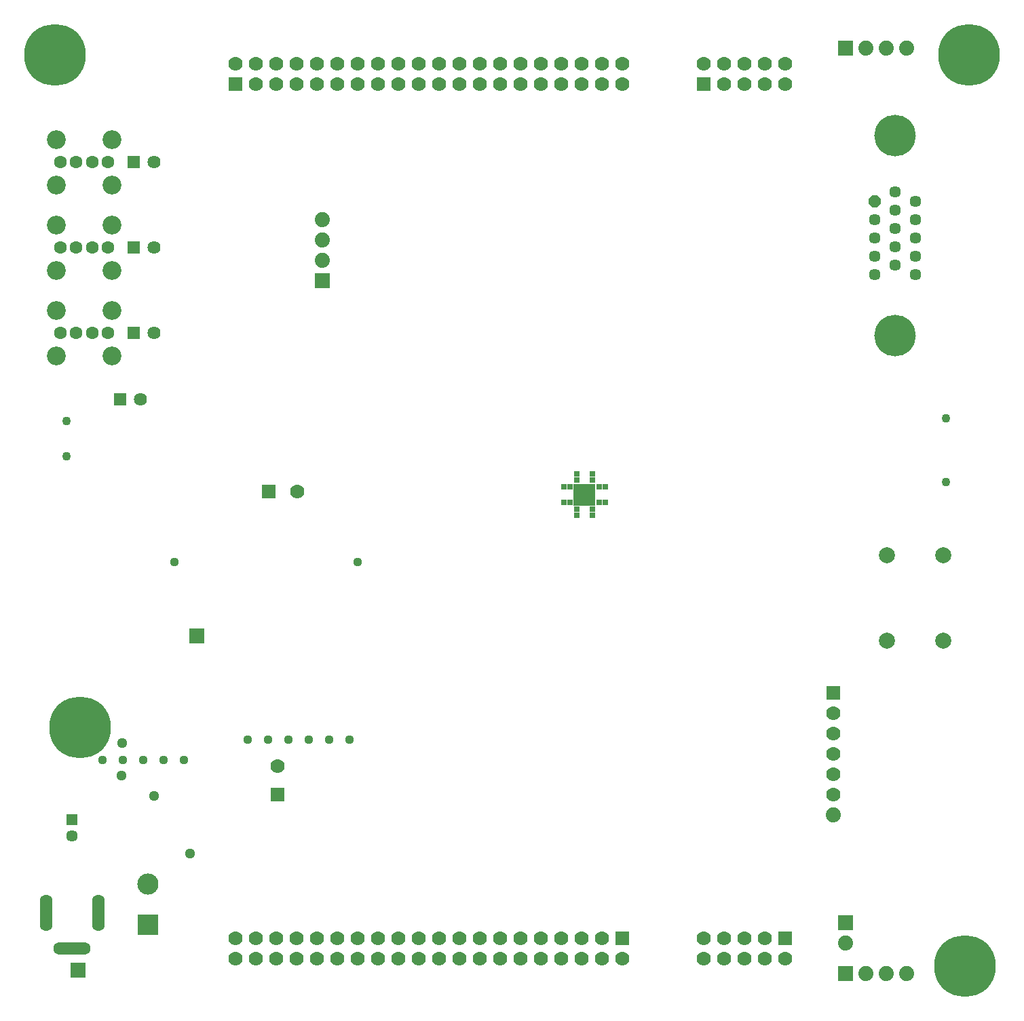
<source format=gbr>
G75*
G70*
%OFA0B0*%
%FSLAX24Y24*%
%IPPOS*%
%LPD*%
%AMOC8*
5,1,8,0,0,1.08239X$1,22.5*
%
%ADD10C,0.0631*%
%ADD11R,0.0740X0.0740*%
%ADD12R,0.0700X0.0700*%
%ADD13C,0.0700*%
%ADD14R,0.0571X0.0571*%
%ADD15C,0.0571*%
%ADD16C,0.1040*%
%ADD17R,0.1040X0.1040*%
%ADD18R,0.0278X0.0278*%
%ADD19R,0.1103X0.1103*%
%ADD20R,0.0640X0.0640*%
%ADD21C,0.0640*%
%ADD22C,0.0434*%
%ADD23C,0.0926*%
%ADD24C,0.0740*%
%ADD25R,0.0749X0.0749*%
%ADD26OC8,0.0571*%
%ADD27C,0.2040*%
%ADD28C,0.0788*%
%ADD29C,0.3032*%
%ADD30C,0.0512*%
%ADD31C,0.0440*%
D10*
X013511Y007826D03*
X013511Y008023D03*
X013511Y008220D03*
X013511Y008417D03*
X013511Y008614D03*
X013511Y008810D03*
X013511Y009007D03*
X016070Y009007D03*
X016070Y008810D03*
X016070Y008614D03*
X016070Y008417D03*
X016070Y008220D03*
X016070Y008023D03*
X016070Y007826D03*
X015361Y006665D03*
X015165Y006665D03*
X014968Y006665D03*
X014771Y006665D03*
X014574Y006665D03*
X014377Y006665D03*
X014180Y006665D03*
X014190Y036928D03*
X014977Y036928D03*
X015765Y036928D03*
X016552Y036928D03*
X016552Y041128D03*
X015765Y041128D03*
X014977Y041128D03*
X014190Y041128D03*
X014190Y045328D03*
X014977Y045328D03*
X015765Y045328D03*
X016552Y045328D03*
D11*
X027070Y039517D03*
X052770Y050937D03*
X052770Y007937D03*
X052770Y005437D03*
X015070Y005597D03*
D12*
X024860Y014227D03*
X041820Y007187D03*
X049820Y007187D03*
X052170Y019237D03*
X024440Y029127D03*
X022820Y049187D03*
X045820Y049187D03*
D13*
X045820Y050187D03*
X046820Y050187D03*
X047820Y050187D03*
X047820Y049187D03*
X046820Y049187D03*
X048820Y049187D03*
X048820Y050187D03*
X049820Y050187D03*
X049820Y049187D03*
X041820Y049187D03*
X041820Y050187D03*
X040820Y050187D03*
X040820Y049187D03*
X039820Y049187D03*
X039820Y050187D03*
X038820Y050187D03*
X038820Y049187D03*
X037820Y049187D03*
X037820Y050187D03*
X036820Y050187D03*
X035820Y050187D03*
X035820Y049187D03*
X036820Y049187D03*
X034820Y049187D03*
X034820Y050187D03*
X033820Y050187D03*
X033820Y049187D03*
X032820Y049187D03*
X032820Y050187D03*
X031820Y050187D03*
X031820Y049187D03*
X030820Y049187D03*
X030820Y050187D03*
X029820Y050187D03*
X029820Y049187D03*
X028820Y049187D03*
X028820Y050187D03*
X027820Y050187D03*
X027820Y049187D03*
X026820Y049187D03*
X026820Y050187D03*
X025820Y050187D03*
X025820Y049187D03*
X024820Y049187D03*
X024820Y050187D03*
X023820Y050187D03*
X023820Y049187D03*
X022820Y050187D03*
X025840Y029127D03*
X024860Y015627D03*
X024820Y007187D03*
X023820Y007187D03*
X023820Y006187D03*
X024820Y006187D03*
X025820Y006187D03*
X025820Y007187D03*
X026820Y007187D03*
X026820Y006187D03*
X027820Y006187D03*
X027820Y007187D03*
X028820Y007187D03*
X028820Y006187D03*
X029820Y006187D03*
X029820Y007187D03*
X030820Y007187D03*
X030820Y006187D03*
X031820Y006187D03*
X031820Y007187D03*
X032820Y007187D03*
X032820Y006187D03*
X033820Y006187D03*
X033820Y007187D03*
X034820Y007187D03*
X034820Y006187D03*
X035820Y006187D03*
X035820Y007187D03*
X036820Y007187D03*
X037820Y007187D03*
X037820Y006187D03*
X036820Y006187D03*
X038820Y006187D03*
X038820Y007187D03*
X039820Y007187D03*
X039820Y006187D03*
X040820Y006187D03*
X040820Y007187D03*
X041820Y006187D03*
X045820Y006187D03*
X045820Y007187D03*
X046820Y007187D03*
X047820Y007187D03*
X047820Y006187D03*
X046820Y006187D03*
X048820Y006187D03*
X048820Y007187D03*
X049820Y006187D03*
X052170Y014237D03*
X052170Y015237D03*
X052170Y016237D03*
X052170Y017237D03*
X052170Y018237D03*
X022820Y007187D03*
X022820Y006187D03*
D14*
X014770Y013000D03*
D15*
X014770Y012213D03*
X054190Y039821D03*
X054190Y040721D03*
X055190Y041171D03*
X055190Y040271D03*
X056190Y040721D03*
X056190Y039821D03*
X056190Y041621D03*
X056190Y042521D03*
X056190Y043421D03*
X055190Y043871D03*
X055190Y042971D03*
X055190Y042071D03*
X054190Y042521D03*
X054190Y041621D03*
D16*
X018520Y009837D03*
D17*
X018520Y007837D03*
D18*
X039556Y027963D03*
X039556Y028278D03*
X039241Y028593D03*
X038927Y028593D03*
X038927Y029380D03*
X039241Y029380D03*
X039556Y029695D03*
X039556Y030010D03*
X040344Y030010D03*
X040344Y029695D03*
X040659Y029380D03*
X040974Y029380D03*
X040974Y028593D03*
X040659Y028593D03*
X040344Y028278D03*
X040344Y027963D03*
D19*
X039950Y028987D03*
D20*
X017820Y036937D03*
X017140Y033657D03*
X017820Y041137D03*
X017820Y045337D03*
D21*
X018820Y045337D03*
X018820Y041137D03*
X018820Y036937D03*
X018140Y033657D03*
D22*
X014520Y032603D03*
X014520Y030870D03*
X057704Y029592D03*
X057704Y032741D03*
D23*
X016749Y035806D03*
X016749Y038050D03*
X016749Y040006D03*
X016749Y042250D03*
X016749Y044206D03*
X016749Y046450D03*
X013993Y046450D03*
X013993Y044206D03*
X013993Y042250D03*
X013993Y040006D03*
X013993Y038050D03*
X013993Y035806D03*
D24*
X027070Y040517D03*
X027070Y041517D03*
X027070Y042517D03*
X053770Y050937D03*
X054770Y050937D03*
X055770Y050937D03*
X052170Y013237D03*
X052770Y006937D03*
X053770Y005437D03*
X054770Y005437D03*
X055770Y005437D03*
D25*
X020890Y022027D03*
D26*
X054190Y043421D03*
D27*
X055190Y046637D03*
X055190Y036797D03*
D28*
X054802Y026006D03*
X057558Y026006D03*
X057558Y021806D03*
X054802Y021806D03*
D29*
X058637Y005818D03*
X015176Y017543D03*
X013952Y050606D03*
X058837Y050606D03*
D30*
X059664Y049779D03*
X060019Y050606D03*
X059664Y051432D03*
X058837Y051787D03*
X058011Y051432D03*
X057656Y050606D03*
X058011Y049779D03*
X058837Y049424D03*
X017222Y016787D03*
X016357Y017543D03*
X016003Y018369D03*
X015176Y018724D03*
X014349Y018369D03*
X013995Y017543D03*
X014349Y016716D03*
X015176Y016361D03*
X016003Y016716D03*
X017220Y015187D03*
X018820Y014187D03*
X020570Y011327D03*
X057456Y005818D03*
X057810Y006645D03*
X058637Y006999D03*
X059463Y006645D03*
X059818Y005818D03*
X059463Y004991D03*
X058637Y004637D03*
X057810Y004991D03*
X013952Y049424D03*
X014778Y049779D03*
X015133Y050606D03*
X014778Y051432D03*
X013952Y051787D03*
X013125Y051432D03*
X012771Y050606D03*
X013125Y049779D03*
D31*
X019820Y025687D03*
X028820Y025687D03*
X028420Y016937D03*
X027420Y016937D03*
X026420Y016937D03*
X025420Y016937D03*
X024420Y016937D03*
X023420Y016937D03*
X020270Y015937D03*
X019270Y015937D03*
X018270Y015937D03*
X017270Y015937D03*
X016270Y015937D03*
M02*

</source>
